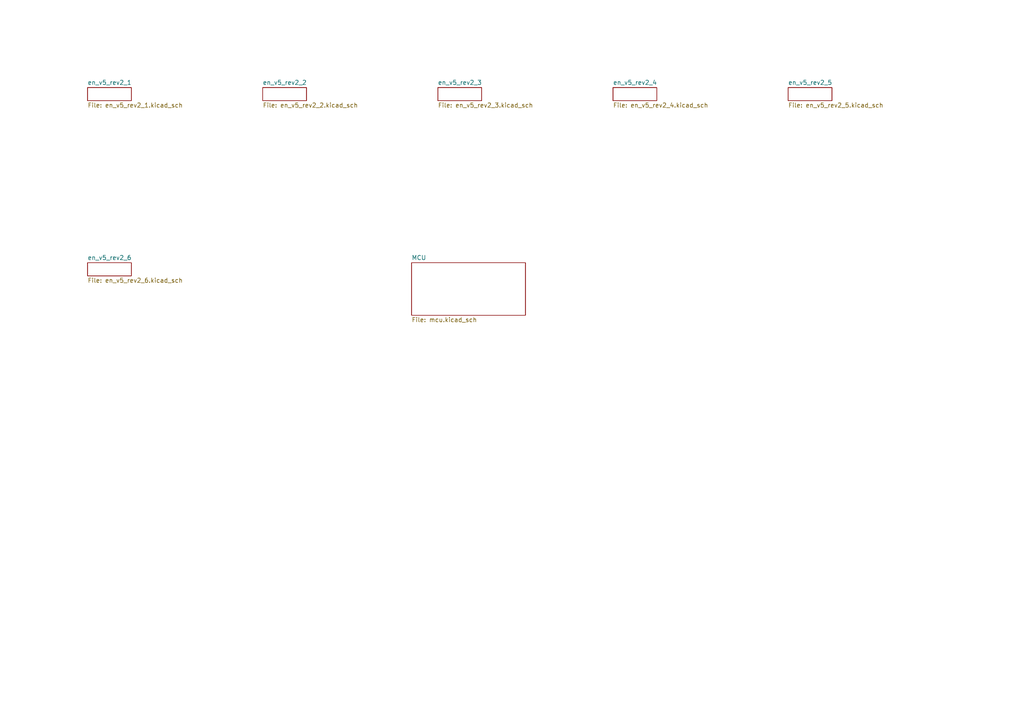
<source format=kicad_sch>
(kicad_sch
	(version 20250114)
	(generator "eeschema")
	(generator_version "9.0")
	(uuid "4c59d168-fd3a-43d1-bf01-995dc1715e36")
	(paper "A4")
	(lib_symbols)
	(sheet
		(at 228.6 25.4)
		(size 12.7 3.81)
		(exclude_from_sim no)
		(in_bom yes)
		(on_board yes)
		(dnp no)
		(fields_autoplaced yes)
		(stroke
			(width 0)
			(type solid)
		)
		(fill
			(color 0 0 0 0.0000)
		)
		(uuid "15e63bfd-dab3-45a2-b1ac-275dd58e0033")
		(property "Sheetname" "en_v5_rev2_5"
			(at 228.6 24.6884 0)
			(effects
				(font
					(size 1.27 1.27)
				)
				(justify left bottom)
			)
		)
		(property "Sheetfile" "en_v5_rev2_5.kicad_sch"
			(at 228.6 29.7946 0)
			(effects
				(font
					(size 1.27 1.27)
				)
				(justify left top)
			)
		)
		(instances
			(project "env"
				(path "/4c59d168-fd3a-43d1-bf01-995dc1715e36"
					(page "5")
				)
			)
		)
	)
	(sheet
		(at 76.2 25.4)
		(size 12.7 3.81)
		(exclude_from_sim no)
		(in_bom yes)
		(on_board yes)
		(dnp no)
		(fields_autoplaced yes)
		(stroke
			(width 0)
			(type solid)
		)
		(fill
			(color 0 0 0 0.0000)
		)
		(uuid "20f6b770-a183-4a57-84f4-9ac642d8be85")
		(property "Sheetname" "en_v5_rev2_2"
			(at 76.2 24.6884 0)
			(effects
				(font
					(size 1.27 1.27)
				)
				(justify left bottom)
			)
		)
		(property "Sheetfile" "en_v5_rev2_2.kicad_sch"
			(at 76.2 29.7946 0)
			(effects
				(font
					(size 1.27 1.27)
				)
				(justify left top)
			)
		)
		(instances
			(project "env"
				(path "/4c59d168-fd3a-43d1-bf01-995dc1715e36"
					(page "2")
				)
			)
		)
	)
	(sheet
		(at 127 25.4)
		(size 12.7 3.81)
		(exclude_from_sim no)
		(in_bom yes)
		(on_board yes)
		(dnp no)
		(fields_autoplaced yes)
		(stroke
			(width 0)
			(type solid)
		)
		(fill
			(color 0 0 0 0.0000)
		)
		(uuid "7a31c671-7ac5-42eb-91e8-cf40258fb495")
		(property "Sheetname" "en_v5_rev2_3"
			(at 127 24.6884 0)
			(effects
				(font
					(size 1.27 1.27)
				)
				(justify left bottom)
			)
		)
		(property "Sheetfile" "en_v5_rev2_3.kicad_sch"
			(at 127 29.7946 0)
			(effects
				(font
					(size 1.27 1.27)
				)
				(justify left top)
			)
		)
		(instances
			(project "env"
				(path "/4c59d168-fd3a-43d1-bf01-995dc1715e36"
					(page "3")
				)
			)
		)
	)
	(sheet
		(at 177.8 25.4)
		(size 12.7 3.81)
		(exclude_from_sim no)
		(in_bom yes)
		(on_board yes)
		(dnp no)
		(fields_autoplaced yes)
		(stroke
			(width 0)
			(type solid)
		)
		(fill
			(color 0 0 0 0.0000)
		)
		(uuid "98ac9a1e-2a4d-4b6c-8761-6161d9ebae38")
		(property "Sheetname" "en_v5_rev2_4"
			(at 177.8 24.6884 0)
			(effects
				(font
					(size 1.27 1.27)
				)
				(justify left bottom)
			)
		)
		(property "Sheetfile" "en_v5_rev2_4.kicad_sch"
			(at 177.8 29.7946 0)
			(effects
				(font
					(size 1.27 1.27)
				)
				(justify left top)
			)
		)
		(instances
			(project "env"
				(path "/4c59d168-fd3a-43d1-bf01-995dc1715e36"
					(page "4")
				)
			)
		)
	)
	(sheet
		(at 25.4 25.4)
		(size 12.7 3.81)
		(exclude_from_sim no)
		(in_bom yes)
		(on_board yes)
		(dnp no)
		(fields_autoplaced yes)
		(stroke
			(width 0)
			(type solid)
		)
		(fill
			(color 0 0 0 0.0000)
		)
		(uuid "ab85c41f-3537-48f3-973e-99db450c99dc")
		(property "Sheetname" "en_v5_rev2_1"
			(at 25.4 24.6884 0)
			(effects
				(font
					(size 1.27 1.27)
				)
				(justify left bottom)
			)
		)
		(property "Sheetfile" "en_v5_rev2_1.kicad_sch"
			(at 25.4 29.7946 0)
			(effects
				(font
					(size 1.27 1.27)
				)
				(justify left top)
			)
		)
		(instances
			(project "env"
				(path "/4c59d168-fd3a-43d1-bf01-995dc1715e36"
					(page "1")
				)
			)
		)
	)
	(sheet
		(at 119.38 76.2)
		(size 33.02 15.24)
		(exclude_from_sim no)
		(in_bom yes)
		(on_board yes)
		(dnp no)
		(fields_autoplaced yes)
		(stroke
			(width 0.1524)
			(type solid)
		)
		(fill
			(color 0 0 0 0.0000)
		)
		(uuid "ac4ec0c4-d8f5-400b-9c04-fe82730e28cb")
		(property "Sheetname" "MCU"
			(at 119.38 75.4884 0)
			(effects
				(font
					(size 1.27 1.27)
				)
				(justify left bottom)
			)
		)
		(property "Sheetfile" "mcu.kicad_sch"
			(at 119.38 92.0246 0)
			(effects
				(font
					(size 1.27 1.27)
				)
				(justify left top)
			)
		)
		(instances
			(project "env"
				(path "/4c59d168-fd3a-43d1-bf01-995dc1715e36"
					(page "8")
				)
			)
		)
	)
	(sheet
		(at 25.4 76.2)
		(size 12.7 3.81)
		(exclude_from_sim no)
		(in_bom yes)
		(on_board yes)
		(dnp no)
		(fields_autoplaced yes)
		(stroke
			(width 0)
			(type solid)
		)
		(fill
			(color 0 0 0 0.0000)
		)
		(uuid "dcef4b54-16e8-458a-890e-119d771f76a8")
		(property "Sheetname" "en_v5_rev2_6"
			(at 25.4 75.4884 0)
			(effects
				(font
					(size 1.27 1.27)
				)
				(justify left bottom)
			)
		)
		(property "Sheetfile" "en_v5_rev2_6.kicad_sch"
			(at 25.4 80.5946 0)
			(effects
				(font
					(size 1.27 1.27)
				)
				(justify left top)
			)
		)
		(instances
			(project "env"
				(path "/4c59d168-fd3a-43d1-bf01-995dc1715e36"
					(page "6")
				)
			)
		)
	)
	(sheet_instances
		(path "/"
			(page "1")
		)
	)
	(embedded_fonts no)
)

</source>
